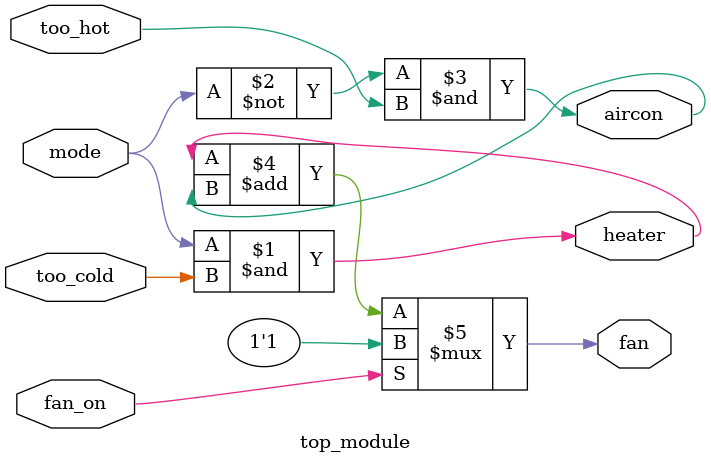
<source format=v>
module top_module (
    input too_cold,
    input too_hot,
    input mode,
    input fan_on,
    output heater,
    output aircon,
    output fan
); 

assign heater = mode & too_cold;
assign aircon = (~mode) & too_hot;
assign fan = (fan_on)? 1'b1: heater + aircon;

endmodule
</source>
